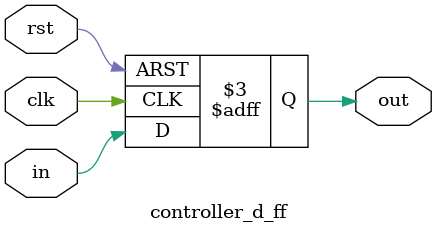
<source format=sv>

module controller_d_ff(
    output logic out,
    input logic clk,rst,in
);
    always @(posedge clk or negedge rst) begin
        if (~rst) out <= 1'b0;
        else out <= in;
    end
endmodule

</source>
